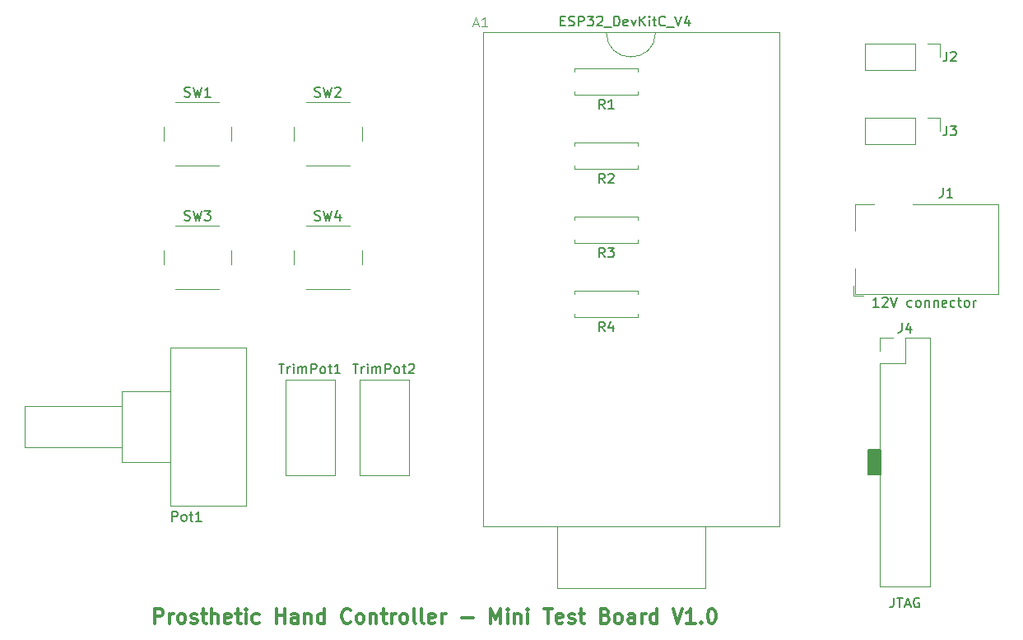
<source format=gto>
%TF.GenerationSoftware,KiCad,Pcbnew,7.0.7*%
%TF.CreationDate,2023-09-03T15:00:53+02:00*%
%TF.ProjectId,DevelopmentBoard,44657665-6c6f-4706-9d65-6e74426f6172,v1.0*%
%TF.SameCoordinates,Original*%
%TF.FileFunction,Legend,Top*%
%TF.FilePolarity,Positive*%
%FSLAX46Y46*%
G04 Gerber Fmt 4.6, Leading zero omitted, Abs format (unit mm)*
G04 Created by KiCad (PCBNEW 7.0.7) date 2023-09-03 15:00:53*
%MOMM*%
%LPD*%
G01*
G04 APERTURE LIST*
%ADD10C,0.150000*%
%ADD11C,0.300000*%
%ADD12C,0.100000*%
%ADD13C,0.200000*%
%ADD14C,0.120000*%
G04 APERTURE END LIST*
D10*
X164084000Y-98806000D02*
X165354000Y-98806000D01*
X165354000Y-101346000D01*
X164084000Y-101346000D01*
X164084000Y-98806000D01*
G36*
X164084000Y-98806000D02*
G01*
X165354000Y-98806000D01*
X165354000Y-101346000D01*
X164084000Y-101346000D01*
X164084000Y-98806000D01*
G37*
D11*
X90724510Y-116640828D02*
X90724510Y-115140828D01*
X90724510Y-115140828D02*
X91295939Y-115140828D01*
X91295939Y-115140828D02*
X91438796Y-115212257D01*
X91438796Y-115212257D02*
X91510225Y-115283685D01*
X91510225Y-115283685D02*
X91581653Y-115426542D01*
X91581653Y-115426542D02*
X91581653Y-115640828D01*
X91581653Y-115640828D02*
X91510225Y-115783685D01*
X91510225Y-115783685D02*
X91438796Y-115855114D01*
X91438796Y-115855114D02*
X91295939Y-115926542D01*
X91295939Y-115926542D02*
X90724510Y-115926542D01*
X92224510Y-116640828D02*
X92224510Y-115640828D01*
X92224510Y-115926542D02*
X92295939Y-115783685D01*
X92295939Y-115783685D02*
X92367368Y-115712257D01*
X92367368Y-115712257D02*
X92510225Y-115640828D01*
X92510225Y-115640828D02*
X92653082Y-115640828D01*
X93367367Y-116640828D02*
X93224510Y-116569400D01*
X93224510Y-116569400D02*
X93153081Y-116497971D01*
X93153081Y-116497971D02*
X93081653Y-116355114D01*
X93081653Y-116355114D02*
X93081653Y-115926542D01*
X93081653Y-115926542D02*
X93153081Y-115783685D01*
X93153081Y-115783685D02*
X93224510Y-115712257D01*
X93224510Y-115712257D02*
X93367367Y-115640828D01*
X93367367Y-115640828D02*
X93581653Y-115640828D01*
X93581653Y-115640828D02*
X93724510Y-115712257D01*
X93724510Y-115712257D02*
X93795939Y-115783685D01*
X93795939Y-115783685D02*
X93867367Y-115926542D01*
X93867367Y-115926542D02*
X93867367Y-116355114D01*
X93867367Y-116355114D02*
X93795939Y-116497971D01*
X93795939Y-116497971D02*
X93724510Y-116569400D01*
X93724510Y-116569400D02*
X93581653Y-116640828D01*
X93581653Y-116640828D02*
X93367367Y-116640828D01*
X94438796Y-116569400D02*
X94581653Y-116640828D01*
X94581653Y-116640828D02*
X94867367Y-116640828D01*
X94867367Y-116640828D02*
X95010224Y-116569400D01*
X95010224Y-116569400D02*
X95081653Y-116426542D01*
X95081653Y-116426542D02*
X95081653Y-116355114D01*
X95081653Y-116355114D02*
X95010224Y-116212257D01*
X95010224Y-116212257D02*
X94867367Y-116140828D01*
X94867367Y-116140828D02*
X94653082Y-116140828D01*
X94653082Y-116140828D02*
X94510224Y-116069400D01*
X94510224Y-116069400D02*
X94438796Y-115926542D01*
X94438796Y-115926542D02*
X94438796Y-115855114D01*
X94438796Y-115855114D02*
X94510224Y-115712257D01*
X94510224Y-115712257D02*
X94653082Y-115640828D01*
X94653082Y-115640828D02*
X94867367Y-115640828D01*
X94867367Y-115640828D02*
X95010224Y-115712257D01*
X95510225Y-115640828D02*
X96081653Y-115640828D01*
X95724510Y-115140828D02*
X95724510Y-116426542D01*
X95724510Y-116426542D02*
X95795939Y-116569400D01*
X95795939Y-116569400D02*
X95938796Y-116640828D01*
X95938796Y-116640828D02*
X96081653Y-116640828D01*
X96581653Y-116640828D02*
X96581653Y-115140828D01*
X97224511Y-116640828D02*
X97224511Y-115855114D01*
X97224511Y-115855114D02*
X97153082Y-115712257D01*
X97153082Y-115712257D02*
X97010225Y-115640828D01*
X97010225Y-115640828D02*
X96795939Y-115640828D01*
X96795939Y-115640828D02*
X96653082Y-115712257D01*
X96653082Y-115712257D02*
X96581653Y-115783685D01*
X98510225Y-116569400D02*
X98367368Y-116640828D01*
X98367368Y-116640828D02*
X98081654Y-116640828D01*
X98081654Y-116640828D02*
X97938796Y-116569400D01*
X97938796Y-116569400D02*
X97867368Y-116426542D01*
X97867368Y-116426542D02*
X97867368Y-115855114D01*
X97867368Y-115855114D02*
X97938796Y-115712257D01*
X97938796Y-115712257D02*
X98081654Y-115640828D01*
X98081654Y-115640828D02*
X98367368Y-115640828D01*
X98367368Y-115640828D02*
X98510225Y-115712257D01*
X98510225Y-115712257D02*
X98581654Y-115855114D01*
X98581654Y-115855114D02*
X98581654Y-115997971D01*
X98581654Y-115997971D02*
X97867368Y-116140828D01*
X99010225Y-115640828D02*
X99581653Y-115640828D01*
X99224510Y-115140828D02*
X99224510Y-116426542D01*
X99224510Y-116426542D02*
X99295939Y-116569400D01*
X99295939Y-116569400D02*
X99438796Y-116640828D01*
X99438796Y-116640828D02*
X99581653Y-116640828D01*
X100081653Y-116640828D02*
X100081653Y-115640828D01*
X100081653Y-115140828D02*
X100010225Y-115212257D01*
X100010225Y-115212257D02*
X100081653Y-115283685D01*
X100081653Y-115283685D02*
X100153082Y-115212257D01*
X100153082Y-115212257D02*
X100081653Y-115140828D01*
X100081653Y-115140828D02*
X100081653Y-115283685D01*
X101438797Y-116569400D02*
X101295939Y-116640828D01*
X101295939Y-116640828D02*
X101010225Y-116640828D01*
X101010225Y-116640828D02*
X100867368Y-116569400D01*
X100867368Y-116569400D02*
X100795939Y-116497971D01*
X100795939Y-116497971D02*
X100724511Y-116355114D01*
X100724511Y-116355114D02*
X100724511Y-115926542D01*
X100724511Y-115926542D02*
X100795939Y-115783685D01*
X100795939Y-115783685D02*
X100867368Y-115712257D01*
X100867368Y-115712257D02*
X101010225Y-115640828D01*
X101010225Y-115640828D02*
X101295939Y-115640828D01*
X101295939Y-115640828D02*
X101438797Y-115712257D01*
X103224510Y-116640828D02*
X103224510Y-115140828D01*
X103224510Y-115855114D02*
X104081653Y-115855114D01*
X104081653Y-116640828D02*
X104081653Y-115140828D01*
X105438797Y-116640828D02*
X105438797Y-115855114D01*
X105438797Y-115855114D02*
X105367368Y-115712257D01*
X105367368Y-115712257D02*
X105224511Y-115640828D01*
X105224511Y-115640828D02*
X104938797Y-115640828D01*
X104938797Y-115640828D02*
X104795939Y-115712257D01*
X105438797Y-116569400D02*
X105295939Y-116640828D01*
X105295939Y-116640828D02*
X104938797Y-116640828D01*
X104938797Y-116640828D02*
X104795939Y-116569400D01*
X104795939Y-116569400D02*
X104724511Y-116426542D01*
X104724511Y-116426542D02*
X104724511Y-116283685D01*
X104724511Y-116283685D02*
X104795939Y-116140828D01*
X104795939Y-116140828D02*
X104938797Y-116069400D01*
X104938797Y-116069400D02*
X105295939Y-116069400D01*
X105295939Y-116069400D02*
X105438797Y-115997971D01*
X106153082Y-115640828D02*
X106153082Y-116640828D01*
X106153082Y-115783685D02*
X106224511Y-115712257D01*
X106224511Y-115712257D02*
X106367368Y-115640828D01*
X106367368Y-115640828D02*
X106581654Y-115640828D01*
X106581654Y-115640828D02*
X106724511Y-115712257D01*
X106724511Y-115712257D02*
X106795940Y-115855114D01*
X106795940Y-115855114D02*
X106795940Y-116640828D01*
X108153083Y-116640828D02*
X108153083Y-115140828D01*
X108153083Y-116569400D02*
X108010225Y-116640828D01*
X108010225Y-116640828D02*
X107724511Y-116640828D01*
X107724511Y-116640828D02*
X107581654Y-116569400D01*
X107581654Y-116569400D02*
X107510225Y-116497971D01*
X107510225Y-116497971D02*
X107438797Y-116355114D01*
X107438797Y-116355114D02*
X107438797Y-115926542D01*
X107438797Y-115926542D02*
X107510225Y-115783685D01*
X107510225Y-115783685D02*
X107581654Y-115712257D01*
X107581654Y-115712257D02*
X107724511Y-115640828D01*
X107724511Y-115640828D02*
X108010225Y-115640828D01*
X108010225Y-115640828D02*
X108153083Y-115712257D01*
X110867368Y-116497971D02*
X110795940Y-116569400D01*
X110795940Y-116569400D02*
X110581654Y-116640828D01*
X110581654Y-116640828D02*
X110438797Y-116640828D01*
X110438797Y-116640828D02*
X110224511Y-116569400D01*
X110224511Y-116569400D02*
X110081654Y-116426542D01*
X110081654Y-116426542D02*
X110010225Y-116283685D01*
X110010225Y-116283685D02*
X109938797Y-115997971D01*
X109938797Y-115997971D02*
X109938797Y-115783685D01*
X109938797Y-115783685D02*
X110010225Y-115497971D01*
X110010225Y-115497971D02*
X110081654Y-115355114D01*
X110081654Y-115355114D02*
X110224511Y-115212257D01*
X110224511Y-115212257D02*
X110438797Y-115140828D01*
X110438797Y-115140828D02*
X110581654Y-115140828D01*
X110581654Y-115140828D02*
X110795940Y-115212257D01*
X110795940Y-115212257D02*
X110867368Y-115283685D01*
X111724511Y-116640828D02*
X111581654Y-116569400D01*
X111581654Y-116569400D02*
X111510225Y-116497971D01*
X111510225Y-116497971D02*
X111438797Y-116355114D01*
X111438797Y-116355114D02*
X111438797Y-115926542D01*
X111438797Y-115926542D02*
X111510225Y-115783685D01*
X111510225Y-115783685D02*
X111581654Y-115712257D01*
X111581654Y-115712257D02*
X111724511Y-115640828D01*
X111724511Y-115640828D02*
X111938797Y-115640828D01*
X111938797Y-115640828D02*
X112081654Y-115712257D01*
X112081654Y-115712257D02*
X112153083Y-115783685D01*
X112153083Y-115783685D02*
X112224511Y-115926542D01*
X112224511Y-115926542D02*
X112224511Y-116355114D01*
X112224511Y-116355114D02*
X112153083Y-116497971D01*
X112153083Y-116497971D02*
X112081654Y-116569400D01*
X112081654Y-116569400D02*
X111938797Y-116640828D01*
X111938797Y-116640828D02*
X111724511Y-116640828D01*
X112867368Y-115640828D02*
X112867368Y-116640828D01*
X112867368Y-115783685D02*
X112938797Y-115712257D01*
X112938797Y-115712257D02*
X113081654Y-115640828D01*
X113081654Y-115640828D02*
X113295940Y-115640828D01*
X113295940Y-115640828D02*
X113438797Y-115712257D01*
X113438797Y-115712257D02*
X113510226Y-115855114D01*
X113510226Y-115855114D02*
X113510226Y-116640828D01*
X114010226Y-115640828D02*
X114581654Y-115640828D01*
X114224511Y-115140828D02*
X114224511Y-116426542D01*
X114224511Y-116426542D02*
X114295940Y-116569400D01*
X114295940Y-116569400D02*
X114438797Y-116640828D01*
X114438797Y-116640828D02*
X114581654Y-116640828D01*
X115081654Y-116640828D02*
X115081654Y-115640828D01*
X115081654Y-115926542D02*
X115153083Y-115783685D01*
X115153083Y-115783685D02*
X115224512Y-115712257D01*
X115224512Y-115712257D02*
X115367369Y-115640828D01*
X115367369Y-115640828D02*
X115510226Y-115640828D01*
X116224511Y-116640828D02*
X116081654Y-116569400D01*
X116081654Y-116569400D02*
X116010225Y-116497971D01*
X116010225Y-116497971D02*
X115938797Y-116355114D01*
X115938797Y-116355114D02*
X115938797Y-115926542D01*
X115938797Y-115926542D02*
X116010225Y-115783685D01*
X116010225Y-115783685D02*
X116081654Y-115712257D01*
X116081654Y-115712257D02*
X116224511Y-115640828D01*
X116224511Y-115640828D02*
X116438797Y-115640828D01*
X116438797Y-115640828D02*
X116581654Y-115712257D01*
X116581654Y-115712257D02*
X116653083Y-115783685D01*
X116653083Y-115783685D02*
X116724511Y-115926542D01*
X116724511Y-115926542D02*
X116724511Y-116355114D01*
X116724511Y-116355114D02*
X116653083Y-116497971D01*
X116653083Y-116497971D02*
X116581654Y-116569400D01*
X116581654Y-116569400D02*
X116438797Y-116640828D01*
X116438797Y-116640828D02*
X116224511Y-116640828D01*
X117581654Y-116640828D02*
X117438797Y-116569400D01*
X117438797Y-116569400D02*
X117367368Y-116426542D01*
X117367368Y-116426542D02*
X117367368Y-115140828D01*
X118367368Y-116640828D02*
X118224511Y-116569400D01*
X118224511Y-116569400D02*
X118153082Y-116426542D01*
X118153082Y-116426542D02*
X118153082Y-115140828D01*
X119510225Y-116569400D02*
X119367368Y-116640828D01*
X119367368Y-116640828D02*
X119081654Y-116640828D01*
X119081654Y-116640828D02*
X118938796Y-116569400D01*
X118938796Y-116569400D02*
X118867368Y-116426542D01*
X118867368Y-116426542D02*
X118867368Y-115855114D01*
X118867368Y-115855114D02*
X118938796Y-115712257D01*
X118938796Y-115712257D02*
X119081654Y-115640828D01*
X119081654Y-115640828D02*
X119367368Y-115640828D01*
X119367368Y-115640828D02*
X119510225Y-115712257D01*
X119510225Y-115712257D02*
X119581654Y-115855114D01*
X119581654Y-115855114D02*
X119581654Y-115997971D01*
X119581654Y-115997971D02*
X118867368Y-116140828D01*
X120224510Y-116640828D02*
X120224510Y-115640828D01*
X120224510Y-115926542D02*
X120295939Y-115783685D01*
X120295939Y-115783685D02*
X120367368Y-115712257D01*
X120367368Y-115712257D02*
X120510225Y-115640828D01*
X120510225Y-115640828D02*
X120653082Y-115640828D01*
X122295938Y-116069400D02*
X123438796Y-116069400D01*
X125295938Y-116640828D02*
X125295938Y-115140828D01*
X125295938Y-115140828D02*
X125795938Y-116212257D01*
X125795938Y-116212257D02*
X126295938Y-115140828D01*
X126295938Y-115140828D02*
X126295938Y-116640828D01*
X127010224Y-116640828D02*
X127010224Y-115640828D01*
X127010224Y-115140828D02*
X126938796Y-115212257D01*
X126938796Y-115212257D02*
X127010224Y-115283685D01*
X127010224Y-115283685D02*
X127081653Y-115212257D01*
X127081653Y-115212257D02*
X127010224Y-115140828D01*
X127010224Y-115140828D02*
X127010224Y-115283685D01*
X127724510Y-115640828D02*
X127724510Y-116640828D01*
X127724510Y-115783685D02*
X127795939Y-115712257D01*
X127795939Y-115712257D02*
X127938796Y-115640828D01*
X127938796Y-115640828D02*
X128153082Y-115640828D01*
X128153082Y-115640828D02*
X128295939Y-115712257D01*
X128295939Y-115712257D02*
X128367368Y-115855114D01*
X128367368Y-115855114D02*
X128367368Y-116640828D01*
X129081653Y-116640828D02*
X129081653Y-115640828D01*
X129081653Y-115140828D02*
X129010225Y-115212257D01*
X129010225Y-115212257D02*
X129081653Y-115283685D01*
X129081653Y-115283685D02*
X129153082Y-115212257D01*
X129153082Y-115212257D02*
X129081653Y-115140828D01*
X129081653Y-115140828D02*
X129081653Y-115283685D01*
X130724511Y-115140828D02*
X131581654Y-115140828D01*
X131153082Y-116640828D02*
X131153082Y-115140828D01*
X132653082Y-116569400D02*
X132510225Y-116640828D01*
X132510225Y-116640828D02*
X132224511Y-116640828D01*
X132224511Y-116640828D02*
X132081653Y-116569400D01*
X132081653Y-116569400D02*
X132010225Y-116426542D01*
X132010225Y-116426542D02*
X132010225Y-115855114D01*
X132010225Y-115855114D02*
X132081653Y-115712257D01*
X132081653Y-115712257D02*
X132224511Y-115640828D01*
X132224511Y-115640828D02*
X132510225Y-115640828D01*
X132510225Y-115640828D02*
X132653082Y-115712257D01*
X132653082Y-115712257D02*
X132724511Y-115855114D01*
X132724511Y-115855114D02*
X132724511Y-115997971D01*
X132724511Y-115997971D02*
X132010225Y-116140828D01*
X133295939Y-116569400D02*
X133438796Y-116640828D01*
X133438796Y-116640828D02*
X133724510Y-116640828D01*
X133724510Y-116640828D02*
X133867367Y-116569400D01*
X133867367Y-116569400D02*
X133938796Y-116426542D01*
X133938796Y-116426542D02*
X133938796Y-116355114D01*
X133938796Y-116355114D02*
X133867367Y-116212257D01*
X133867367Y-116212257D02*
X133724510Y-116140828D01*
X133724510Y-116140828D02*
X133510225Y-116140828D01*
X133510225Y-116140828D02*
X133367367Y-116069400D01*
X133367367Y-116069400D02*
X133295939Y-115926542D01*
X133295939Y-115926542D02*
X133295939Y-115855114D01*
X133295939Y-115855114D02*
X133367367Y-115712257D01*
X133367367Y-115712257D02*
X133510225Y-115640828D01*
X133510225Y-115640828D02*
X133724510Y-115640828D01*
X133724510Y-115640828D02*
X133867367Y-115712257D01*
X134367368Y-115640828D02*
X134938796Y-115640828D01*
X134581653Y-115140828D02*
X134581653Y-116426542D01*
X134581653Y-116426542D02*
X134653082Y-116569400D01*
X134653082Y-116569400D02*
X134795939Y-116640828D01*
X134795939Y-116640828D02*
X134938796Y-116640828D01*
X137081653Y-115855114D02*
X137295939Y-115926542D01*
X137295939Y-115926542D02*
X137367368Y-115997971D01*
X137367368Y-115997971D02*
X137438796Y-116140828D01*
X137438796Y-116140828D02*
X137438796Y-116355114D01*
X137438796Y-116355114D02*
X137367368Y-116497971D01*
X137367368Y-116497971D02*
X137295939Y-116569400D01*
X137295939Y-116569400D02*
X137153082Y-116640828D01*
X137153082Y-116640828D02*
X136581653Y-116640828D01*
X136581653Y-116640828D02*
X136581653Y-115140828D01*
X136581653Y-115140828D02*
X137081653Y-115140828D01*
X137081653Y-115140828D02*
X137224511Y-115212257D01*
X137224511Y-115212257D02*
X137295939Y-115283685D01*
X137295939Y-115283685D02*
X137367368Y-115426542D01*
X137367368Y-115426542D02*
X137367368Y-115569400D01*
X137367368Y-115569400D02*
X137295939Y-115712257D01*
X137295939Y-115712257D02*
X137224511Y-115783685D01*
X137224511Y-115783685D02*
X137081653Y-115855114D01*
X137081653Y-115855114D02*
X136581653Y-115855114D01*
X138295939Y-116640828D02*
X138153082Y-116569400D01*
X138153082Y-116569400D02*
X138081653Y-116497971D01*
X138081653Y-116497971D02*
X138010225Y-116355114D01*
X138010225Y-116355114D02*
X138010225Y-115926542D01*
X138010225Y-115926542D02*
X138081653Y-115783685D01*
X138081653Y-115783685D02*
X138153082Y-115712257D01*
X138153082Y-115712257D02*
X138295939Y-115640828D01*
X138295939Y-115640828D02*
X138510225Y-115640828D01*
X138510225Y-115640828D02*
X138653082Y-115712257D01*
X138653082Y-115712257D02*
X138724511Y-115783685D01*
X138724511Y-115783685D02*
X138795939Y-115926542D01*
X138795939Y-115926542D02*
X138795939Y-116355114D01*
X138795939Y-116355114D02*
X138724511Y-116497971D01*
X138724511Y-116497971D02*
X138653082Y-116569400D01*
X138653082Y-116569400D02*
X138510225Y-116640828D01*
X138510225Y-116640828D02*
X138295939Y-116640828D01*
X140081654Y-116640828D02*
X140081654Y-115855114D01*
X140081654Y-115855114D02*
X140010225Y-115712257D01*
X140010225Y-115712257D02*
X139867368Y-115640828D01*
X139867368Y-115640828D02*
X139581654Y-115640828D01*
X139581654Y-115640828D02*
X139438796Y-115712257D01*
X140081654Y-116569400D02*
X139938796Y-116640828D01*
X139938796Y-116640828D02*
X139581654Y-116640828D01*
X139581654Y-116640828D02*
X139438796Y-116569400D01*
X139438796Y-116569400D02*
X139367368Y-116426542D01*
X139367368Y-116426542D02*
X139367368Y-116283685D01*
X139367368Y-116283685D02*
X139438796Y-116140828D01*
X139438796Y-116140828D02*
X139581654Y-116069400D01*
X139581654Y-116069400D02*
X139938796Y-116069400D01*
X139938796Y-116069400D02*
X140081654Y-115997971D01*
X140795939Y-116640828D02*
X140795939Y-115640828D01*
X140795939Y-115926542D02*
X140867368Y-115783685D01*
X140867368Y-115783685D02*
X140938797Y-115712257D01*
X140938797Y-115712257D02*
X141081654Y-115640828D01*
X141081654Y-115640828D02*
X141224511Y-115640828D01*
X142367368Y-116640828D02*
X142367368Y-115140828D01*
X142367368Y-116569400D02*
X142224510Y-116640828D01*
X142224510Y-116640828D02*
X141938796Y-116640828D01*
X141938796Y-116640828D02*
X141795939Y-116569400D01*
X141795939Y-116569400D02*
X141724510Y-116497971D01*
X141724510Y-116497971D02*
X141653082Y-116355114D01*
X141653082Y-116355114D02*
X141653082Y-115926542D01*
X141653082Y-115926542D02*
X141724510Y-115783685D01*
X141724510Y-115783685D02*
X141795939Y-115712257D01*
X141795939Y-115712257D02*
X141938796Y-115640828D01*
X141938796Y-115640828D02*
X142224510Y-115640828D01*
X142224510Y-115640828D02*
X142367368Y-115712257D01*
X144010225Y-115140828D02*
X144510225Y-116640828D01*
X144510225Y-116640828D02*
X145010225Y-115140828D01*
X146295939Y-116640828D02*
X145438796Y-116640828D01*
X145867367Y-116640828D02*
X145867367Y-115140828D01*
X145867367Y-115140828D02*
X145724510Y-115355114D01*
X145724510Y-115355114D02*
X145581653Y-115497971D01*
X145581653Y-115497971D02*
X145438796Y-115569400D01*
X146938795Y-116497971D02*
X147010224Y-116569400D01*
X147010224Y-116569400D02*
X146938795Y-116640828D01*
X146938795Y-116640828D02*
X146867367Y-116569400D01*
X146867367Y-116569400D02*
X146938795Y-116497971D01*
X146938795Y-116497971D02*
X146938795Y-116640828D01*
X147938796Y-115140828D02*
X148081653Y-115140828D01*
X148081653Y-115140828D02*
X148224510Y-115212257D01*
X148224510Y-115212257D02*
X148295939Y-115283685D01*
X148295939Y-115283685D02*
X148367367Y-115426542D01*
X148367367Y-115426542D02*
X148438796Y-115712257D01*
X148438796Y-115712257D02*
X148438796Y-116069400D01*
X148438796Y-116069400D02*
X148367367Y-116355114D01*
X148367367Y-116355114D02*
X148295939Y-116497971D01*
X148295939Y-116497971D02*
X148224510Y-116569400D01*
X148224510Y-116569400D02*
X148081653Y-116640828D01*
X148081653Y-116640828D02*
X147938796Y-116640828D01*
X147938796Y-116640828D02*
X147795939Y-116569400D01*
X147795939Y-116569400D02*
X147724510Y-116497971D01*
X147724510Y-116497971D02*
X147653081Y-116355114D01*
X147653081Y-116355114D02*
X147581653Y-116069400D01*
X147581653Y-116069400D02*
X147581653Y-115712257D01*
X147581653Y-115712257D02*
X147653081Y-115426542D01*
X147653081Y-115426542D02*
X147724510Y-115283685D01*
X147724510Y-115283685D02*
X147795939Y-115212257D01*
X147795939Y-115212257D02*
X147938796Y-115140828D01*
D12*
X123491714Y-55035704D02*
X123967904Y-55035704D01*
X123396476Y-55321419D02*
X123729809Y-54321419D01*
X123729809Y-54321419D02*
X124063142Y-55321419D01*
X124920285Y-55321419D02*
X124348857Y-55321419D01*
X124634571Y-55321419D02*
X124634571Y-54321419D01*
X124634571Y-54321419D02*
X124539333Y-54464276D01*
X124539333Y-54464276D02*
X124444095Y-54559514D01*
X124444095Y-54559514D02*
X124348857Y-54607133D01*
D13*
X132449673Y-54715409D02*
X132783006Y-54715409D01*
X132925863Y-55239219D02*
X132449673Y-55239219D01*
X132449673Y-55239219D02*
X132449673Y-54239219D01*
X132449673Y-54239219D02*
X132925863Y-54239219D01*
X133306816Y-55191600D02*
X133449673Y-55239219D01*
X133449673Y-55239219D02*
X133687768Y-55239219D01*
X133687768Y-55239219D02*
X133783006Y-55191600D01*
X133783006Y-55191600D02*
X133830625Y-55143980D01*
X133830625Y-55143980D02*
X133878244Y-55048742D01*
X133878244Y-55048742D02*
X133878244Y-54953504D01*
X133878244Y-54953504D02*
X133830625Y-54858266D01*
X133830625Y-54858266D02*
X133783006Y-54810647D01*
X133783006Y-54810647D02*
X133687768Y-54763028D01*
X133687768Y-54763028D02*
X133497292Y-54715409D01*
X133497292Y-54715409D02*
X133402054Y-54667790D01*
X133402054Y-54667790D02*
X133354435Y-54620171D01*
X133354435Y-54620171D02*
X133306816Y-54524933D01*
X133306816Y-54524933D02*
X133306816Y-54429695D01*
X133306816Y-54429695D02*
X133354435Y-54334457D01*
X133354435Y-54334457D02*
X133402054Y-54286838D01*
X133402054Y-54286838D02*
X133497292Y-54239219D01*
X133497292Y-54239219D02*
X133735387Y-54239219D01*
X133735387Y-54239219D02*
X133878244Y-54286838D01*
X134306816Y-55239219D02*
X134306816Y-54239219D01*
X134306816Y-54239219D02*
X134687768Y-54239219D01*
X134687768Y-54239219D02*
X134783006Y-54286838D01*
X134783006Y-54286838D02*
X134830625Y-54334457D01*
X134830625Y-54334457D02*
X134878244Y-54429695D01*
X134878244Y-54429695D02*
X134878244Y-54572552D01*
X134878244Y-54572552D02*
X134830625Y-54667790D01*
X134830625Y-54667790D02*
X134783006Y-54715409D01*
X134783006Y-54715409D02*
X134687768Y-54763028D01*
X134687768Y-54763028D02*
X134306816Y-54763028D01*
X135211578Y-54239219D02*
X135830625Y-54239219D01*
X135830625Y-54239219D02*
X135497292Y-54620171D01*
X135497292Y-54620171D02*
X135640149Y-54620171D01*
X135640149Y-54620171D02*
X135735387Y-54667790D01*
X135735387Y-54667790D02*
X135783006Y-54715409D01*
X135783006Y-54715409D02*
X135830625Y-54810647D01*
X135830625Y-54810647D02*
X135830625Y-55048742D01*
X135830625Y-55048742D02*
X135783006Y-55143980D01*
X135783006Y-55143980D02*
X135735387Y-55191600D01*
X135735387Y-55191600D02*
X135640149Y-55239219D01*
X135640149Y-55239219D02*
X135354435Y-55239219D01*
X135354435Y-55239219D02*
X135259197Y-55191600D01*
X135259197Y-55191600D02*
X135211578Y-55143980D01*
X136211578Y-54334457D02*
X136259197Y-54286838D01*
X136259197Y-54286838D02*
X136354435Y-54239219D01*
X136354435Y-54239219D02*
X136592530Y-54239219D01*
X136592530Y-54239219D02*
X136687768Y-54286838D01*
X136687768Y-54286838D02*
X136735387Y-54334457D01*
X136735387Y-54334457D02*
X136783006Y-54429695D01*
X136783006Y-54429695D02*
X136783006Y-54524933D01*
X136783006Y-54524933D02*
X136735387Y-54667790D01*
X136735387Y-54667790D02*
X136163959Y-55239219D01*
X136163959Y-55239219D02*
X136783006Y-55239219D01*
X136973483Y-55334457D02*
X137735387Y-55334457D01*
X137973483Y-55239219D02*
X137973483Y-54239219D01*
X137973483Y-54239219D02*
X138211578Y-54239219D01*
X138211578Y-54239219D02*
X138354435Y-54286838D01*
X138354435Y-54286838D02*
X138449673Y-54382076D01*
X138449673Y-54382076D02*
X138497292Y-54477314D01*
X138497292Y-54477314D02*
X138544911Y-54667790D01*
X138544911Y-54667790D02*
X138544911Y-54810647D01*
X138544911Y-54810647D02*
X138497292Y-55001123D01*
X138497292Y-55001123D02*
X138449673Y-55096361D01*
X138449673Y-55096361D02*
X138354435Y-55191600D01*
X138354435Y-55191600D02*
X138211578Y-55239219D01*
X138211578Y-55239219D02*
X137973483Y-55239219D01*
X139354435Y-55191600D02*
X139259197Y-55239219D01*
X139259197Y-55239219D02*
X139068721Y-55239219D01*
X139068721Y-55239219D02*
X138973483Y-55191600D01*
X138973483Y-55191600D02*
X138925864Y-55096361D01*
X138925864Y-55096361D02*
X138925864Y-54715409D01*
X138925864Y-54715409D02*
X138973483Y-54620171D01*
X138973483Y-54620171D02*
X139068721Y-54572552D01*
X139068721Y-54572552D02*
X139259197Y-54572552D01*
X139259197Y-54572552D02*
X139354435Y-54620171D01*
X139354435Y-54620171D02*
X139402054Y-54715409D01*
X139402054Y-54715409D02*
X139402054Y-54810647D01*
X139402054Y-54810647D02*
X138925864Y-54905885D01*
X139735388Y-54572552D02*
X139973483Y-55239219D01*
X139973483Y-55239219D02*
X140211578Y-54572552D01*
X140592531Y-55239219D02*
X140592531Y-54239219D01*
X141163959Y-55239219D02*
X140735388Y-54667790D01*
X141163959Y-54239219D02*
X140592531Y-54810647D01*
X141592531Y-55239219D02*
X141592531Y-54572552D01*
X141592531Y-54239219D02*
X141544912Y-54286838D01*
X141544912Y-54286838D02*
X141592531Y-54334457D01*
X141592531Y-54334457D02*
X141640150Y-54286838D01*
X141640150Y-54286838D02*
X141592531Y-54239219D01*
X141592531Y-54239219D02*
X141592531Y-54334457D01*
X141925864Y-54572552D02*
X142306816Y-54572552D01*
X142068721Y-54239219D02*
X142068721Y-55096361D01*
X142068721Y-55096361D02*
X142116340Y-55191600D01*
X142116340Y-55191600D02*
X142211578Y-55239219D01*
X142211578Y-55239219D02*
X142306816Y-55239219D01*
X143211578Y-55143980D02*
X143163959Y-55191600D01*
X143163959Y-55191600D02*
X143021102Y-55239219D01*
X143021102Y-55239219D02*
X142925864Y-55239219D01*
X142925864Y-55239219D02*
X142783007Y-55191600D01*
X142783007Y-55191600D02*
X142687769Y-55096361D01*
X142687769Y-55096361D02*
X142640150Y-55001123D01*
X142640150Y-55001123D02*
X142592531Y-54810647D01*
X142592531Y-54810647D02*
X142592531Y-54667790D01*
X142592531Y-54667790D02*
X142640150Y-54477314D01*
X142640150Y-54477314D02*
X142687769Y-54382076D01*
X142687769Y-54382076D02*
X142783007Y-54286838D01*
X142783007Y-54286838D02*
X142925864Y-54239219D01*
X142925864Y-54239219D02*
X143021102Y-54239219D01*
X143021102Y-54239219D02*
X143163959Y-54286838D01*
X143163959Y-54286838D02*
X143211578Y-54334457D01*
X143402055Y-55334457D02*
X144163959Y-55334457D01*
X144259198Y-54239219D02*
X144592531Y-55239219D01*
X144592531Y-55239219D02*
X144925864Y-54239219D01*
X145687769Y-54572552D02*
X145687769Y-55239219D01*
X145449674Y-54191600D02*
X145211579Y-54905885D01*
X145211579Y-54905885D02*
X145830626Y-54905885D01*
X93766667Y-62484600D02*
X93909524Y-62532219D01*
X93909524Y-62532219D02*
X94147619Y-62532219D01*
X94147619Y-62532219D02*
X94242857Y-62484600D01*
X94242857Y-62484600D02*
X94290476Y-62436980D01*
X94290476Y-62436980D02*
X94338095Y-62341742D01*
X94338095Y-62341742D02*
X94338095Y-62246504D01*
X94338095Y-62246504D02*
X94290476Y-62151266D01*
X94290476Y-62151266D02*
X94242857Y-62103647D01*
X94242857Y-62103647D02*
X94147619Y-62056028D01*
X94147619Y-62056028D02*
X93957143Y-62008409D01*
X93957143Y-62008409D02*
X93861905Y-61960790D01*
X93861905Y-61960790D02*
X93814286Y-61913171D01*
X93814286Y-61913171D02*
X93766667Y-61817933D01*
X93766667Y-61817933D02*
X93766667Y-61722695D01*
X93766667Y-61722695D02*
X93814286Y-61627457D01*
X93814286Y-61627457D02*
X93861905Y-61579838D01*
X93861905Y-61579838D02*
X93957143Y-61532219D01*
X93957143Y-61532219D02*
X94195238Y-61532219D01*
X94195238Y-61532219D02*
X94338095Y-61579838D01*
X94671429Y-61532219D02*
X94909524Y-62532219D01*
X94909524Y-62532219D02*
X95100000Y-61817933D01*
X95100000Y-61817933D02*
X95290476Y-62532219D01*
X95290476Y-62532219D02*
X95528572Y-61532219D01*
X96433333Y-62532219D02*
X95861905Y-62532219D01*
X96147619Y-62532219D02*
X96147619Y-61532219D01*
X96147619Y-61532219D02*
X96052381Y-61675076D01*
X96052381Y-61675076D02*
X95957143Y-61770314D01*
X95957143Y-61770314D02*
X95861905Y-61817933D01*
X111085714Y-89957219D02*
X111657142Y-89957219D01*
X111371428Y-90957219D02*
X111371428Y-89957219D01*
X111990476Y-90957219D02*
X111990476Y-90290552D01*
X111990476Y-90481028D02*
X112038095Y-90385790D01*
X112038095Y-90385790D02*
X112085714Y-90338171D01*
X112085714Y-90338171D02*
X112180952Y-90290552D01*
X112180952Y-90290552D02*
X112276190Y-90290552D01*
X112609524Y-90957219D02*
X112609524Y-90290552D01*
X112609524Y-89957219D02*
X112561905Y-90004838D01*
X112561905Y-90004838D02*
X112609524Y-90052457D01*
X112609524Y-90052457D02*
X112657143Y-90004838D01*
X112657143Y-90004838D02*
X112609524Y-89957219D01*
X112609524Y-89957219D02*
X112609524Y-90052457D01*
X113085714Y-90957219D02*
X113085714Y-90290552D01*
X113085714Y-90385790D02*
X113133333Y-90338171D01*
X113133333Y-90338171D02*
X113228571Y-90290552D01*
X113228571Y-90290552D02*
X113371428Y-90290552D01*
X113371428Y-90290552D02*
X113466666Y-90338171D01*
X113466666Y-90338171D02*
X113514285Y-90433409D01*
X113514285Y-90433409D02*
X113514285Y-90957219D01*
X113514285Y-90433409D02*
X113561904Y-90338171D01*
X113561904Y-90338171D02*
X113657142Y-90290552D01*
X113657142Y-90290552D02*
X113799999Y-90290552D01*
X113799999Y-90290552D02*
X113895238Y-90338171D01*
X113895238Y-90338171D02*
X113942857Y-90433409D01*
X113942857Y-90433409D02*
X113942857Y-90957219D01*
X114419047Y-90957219D02*
X114419047Y-89957219D01*
X114419047Y-89957219D02*
X114799999Y-89957219D01*
X114799999Y-89957219D02*
X114895237Y-90004838D01*
X114895237Y-90004838D02*
X114942856Y-90052457D01*
X114942856Y-90052457D02*
X114990475Y-90147695D01*
X114990475Y-90147695D02*
X114990475Y-90290552D01*
X114990475Y-90290552D02*
X114942856Y-90385790D01*
X114942856Y-90385790D02*
X114895237Y-90433409D01*
X114895237Y-90433409D02*
X114799999Y-90481028D01*
X114799999Y-90481028D02*
X114419047Y-90481028D01*
X115561904Y-90957219D02*
X115466666Y-90909600D01*
X115466666Y-90909600D02*
X115419047Y-90861980D01*
X115419047Y-90861980D02*
X115371428Y-90766742D01*
X115371428Y-90766742D02*
X115371428Y-90481028D01*
X115371428Y-90481028D02*
X115419047Y-90385790D01*
X115419047Y-90385790D02*
X115466666Y-90338171D01*
X115466666Y-90338171D02*
X115561904Y-90290552D01*
X115561904Y-90290552D02*
X115704761Y-90290552D01*
X115704761Y-90290552D02*
X115799999Y-90338171D01*
X115799999Y-90338171D02*
X115847618Y-90385790D01*
X115847618Y-90385790D02*
X115895237Y-90481028D01*
X115895237Y-90481028D02*
X115895237Y-90766742D01*
X115895237Y-90766742D02*
X115847618Y-90861980D01*
X115847618Y-90861980D02*
X115799999Y-90909600D01*
X115799999Y-90909600D02*
X115704761Y-90957219D01*
X115704761Y-90957219D02*
X115561904Y-90957219D01*
X116180952Y-90290552D02*
X116561904Y-90290552D01*
X116323809Y-89957219D02*
X116323809Y-90814361D01*
X116323809Y-90814361D02*
X116371428Y-90909600D01*
X116371428Y-90909600D02*
X116466666Y-90957219D01*
X116466666Y-90957219D02*
X116561904Y-90957219D01*
X116847619Y-90052457D02*
X116895238Y-90004838D01*
X116895238Y-90004838D02*
X116990476Y-89957219D01*
X116990476Y-89957219D02*
X117228571Y-89957219D01*
X117228571Y-89957219D02*
X117323809Y-90004838D01*
X117323809Y-90004838D02*
X117371428Y-90052457D01*
X117371428Y-90052457D02*
X117419047Y-90147695D01*
X117419047Y-90147695D02*
X117419047Y-90242933D01*
X117419047Y-90242933D02*
X117371428Y-90385790D01*
X117371428Y-90385790D02*
X116800000Y-90957219D01*
X116800000Y-90957219D02*
X117419047Y-90957219D01*
D10*
X136993333Y-71404819D02*
X136660000Y-70928628D01*
X136421905Y-71404819D02*
X136421905Y-70404819D01*
X136421905Y-70404819D02*
X136802857Y-70404819D01*
X136802857Y-70404819D02*
X136898095Y-70452438D01*
X136898095Y-70452438D02*
X136945714Y-70500057D01*
X136945714Y-70500057D02*
X136993333Y-70595295D01*
X136993333Y-70595295D02*
X136993333Y-70738152D01*
X136993333Y-70738152D02*
X136945714Y-70833390D01*
X136945714Y-70833390D02*
X136898095Y-70881009D01*
X136898095Y-70881009D02*
X136802857Y-70928628D01*
X136802857Y-70928628D02*
X136421905Y-70928628D01*
X137374286Y-70500057D02*
X137421905Y-70452438D01*
X137421905Y-70452438D02*
X137517143Y-70404819D01*
X137517143Y-70404819D02*
X137755238Y-70404819D01*
X137755238Y-70404819D02*
X137850476Y-70452438D01*
X137850476Y-70452438D02*
X137898095Y-70500057D01*
X137898095Y-70500057D02*
X137945714Y-70595295D01*
X137945714Y-70595295D02*
X137945714Y-70690533D01*
X137945714Y-70690533D02*
X137898095Y-70833390D01*
X137898095Y-70833390D02*
X137326667Y-71404819D01*
X137326667Y-71404819D02*
X137945714Y-71404819D01*
D13*
X107176667Y-75184600D02*
X107319524Y-75232219D01*
X107319524Y-75232219D02*
X107557619Y-75232219D01*
X107557619Y-75232219D02*
X107652857Y-75184600D01*
X107652857Y-75184600D02*
X107700476Y-75136980D01*
X107700476Y-75136980D02*
X107748095Y-75041742D01*
X107748095Y-75041742D02*
X107748095Y-74946504D01*
X107748095Y-74946504D02*
X107700476Y-74851266D01*
X107700476Y-74851266D02*
X107652857Y-74803647D01*
X107652857Y-74803647D02*
X107557619Y-74756028D01*
X107557619Y-74756028D02*
X107367143Y-74708409D01*
X107367143Y-74708409D02*
X107271905Y-74660790D01*
X107271905Y-74660790D02*
X107224286Y-74613171D01*
X107224286Y-74613171D02*
X107176667Y-74517933D01*
X107176667Y-74517933D02*
X107176667Y-74422695D01*
X107176667Y-74422695D02*
X107224286Y-74327457D01*
X107224286Y-74327457D02*
X107271905Y-74279838D01*
X107271905Y-74279838D02*
X107367143Y-74232219D01*
X107367143Y-74232219D02*
X107605238Y-74232219D01*
X107605238Y-74232219D02*
X107748095Y-74279838D01*
X108081429Y-74232219D02*
X108319524Y-75232219D01*
X108319524Y-75232219D02*
X108510000Y-74517933D01*
X108510000Y-74517933D02*
X108700476Y-75232219D01*
X108700476Y-75232219D02*
X108938572Y-74232219D01*
X109748095Y-74565552D02*
X109748095Y-75232219D01*
X109510000Y-74184600D02*
X109271905Y-74898885D01*
X109271905Y-74898885D02*
X109890952Y-74898885D01*
D10*
X136993333Y-79024819D02*
X136660000Y-78548628D01*
X136421905Y-79024819D02*
X136421905Y-78024819D01*
X136421905Y-78024819D02*
X136802857Y-78024819D01*
X136802857Y-78024819D02*
X136898095Y-78072438D01*
X136898095Y-78072438D02*
X136945714Y-78120057D01*
X136945714Y-78120057D02*
X136993333Y-78215295D01*
X136993333Y-78215295D02*
X136993333Y-78358152D01*
X136993333Y-78358152D02*
X136945714Y-78453390D01*
X136945714Y-78453390D02*
X136898095Y-78501009D01*
X136898095Y-78501009D02*
X136802857Y-78548628D01*
X136802857Y-78548628D02*
X136421905Y-78548628D01*
X137326667Y-78024819D02*
X137945714Y-78024819D01*
X137945714Y-78024819D02*
X137612381Y-78405771D01*
X137612381Y-78405771D02*
X137755238Y-78405771D01*
X137755238Y-78405771D02*
X137850476Y-78453390D01*
X137850476Y-78453390D02*
X137898095Y-78501009D01*
X137898095Y-78501009D02*
X137945714Y-78596247D01*
X137945714Y-78596247D02*
X137945714Y-78834342D01*
X137945714Y-78834342D02*
X137898095Y-78929580D01*
X137898095Y-78929580D02*
X137850476Y-78977200D01*
X137850476Y-78977200D02*
X137755238Y-79024819D01*
X137755238Y-79024819D02*
X137469524Y-79024819D01*
X137469524Y-79024819D02*
X137374286Y-78977200D01*
X137374286Y-78977200D02*
X137326667Y-78929580D01*
D13*
X103465714Y-89957219D02*
X104037142Y-89957219D01*
X103751428Y-90957219D02*
X103751428Y-89957219D01*
X104370476Y-90957219D02*
X104370476Y-90290552D01*
X104370476Y-90481028D02*
X104418095Y-90385790D01*
X104418095Y-90385790D02*
X104465714Y-90338171D01*
X104465714Y-90338171D02*
X104560952Y-90290552D01*
X104560952Y-90290552D02*
X104656190Y-90290552D01*
X104989524Y-90957219D02*
X104989524Y-90290552D01*
X104989524Y-89957219D02*
X104941905Y-90004838D01*
X104941905Y-90004838D02*
X104989524Y-90052457D01*
X104989524Y-90052457D02*
X105037143Y-90004838D01*
X105037143Y-90004838D02*
X104989524Y-89957219D01*
X104989524Y-89957219D02*
X104989524Y-90052457D01*
X105465714Y-90957219D02*
X105465714Y-90290552D01*
X105465714Y-90385790D02*
X105513333Y-90338171D01*
X105513333Y-90338171D02*
X105608571Y-90290552D01*
X105608571Y-90290552D02*
X105751428Y-90290552D01*
X105751428Y-90290552D02*
X105846666Y-90338171D01*
X105846666Y-90338171D02*
X105894285Y-90433409D01*
X105894285Y-90433409D02*
X105894285Y-90957219D01*
X105894285Y-90433409D02*
X105941904Y-90338171D01*
X105941904Y-90338171D02*
X106037142Y-90290552D01*
X106037142Y-90290552D02*
X106179999Y-90290552D01*
X106179999Y-90290552D02*
X106275238Y-90338171D01*
X106275238Y-90338171D02*
X106322857Y-90433409D01*
X106322857Y-90433409D02*
X106322857Y-90957219D01*
X106799047Y-90957219D02*
X106799047Y-89957219D01*
X106799047Y-89957219D02*
X107179999Y-89957219D01*
X107179999Y-89957219D02*
X107275237Y-90004838D01*
X107275237Y-90004838D02*
X107322856Y-90052457D01*
X107322856Y-90052457D02*
X107370475Y-90147695D01*
X107370475Y-90147695D02*
X107370475Y-90290552D01*
X107370475Y-90290552D02*
X107322856Y-90385790D01*
X107322856Y-90385790D02*
X107275237Y-90433409D01*
X107275237Y-90433409D02*
X107179999Y-90481028D01*
X107179999Y-90481028D02*
X106799047Y-90481028D01*
X107941904Y-90957219D02*
X107846666Y-90909600D01*
X107846666Y-90909600D02*
X107799047Y-90861980D01*
X107799047Y-90861980D02*
X107751428Y-90766742D01*
X107751428Y-90766742D02*
X107751428Y-90481028D01*
X107751428Y-90481028D02*
X107799047Y-90385790D01*
X107799047Y-90385790D02*
X107846666Y-90338171D01*
X107846666Y-90338171D02*
X107941904Y-90290552D01*
X107941904Y-90290552D02*
X108084761Y-90290552D01*
X108084761Y-90290552D02*
X108179999Y-90338171D01*
X108179999Y-90338171D02*
X108227618Y-90385790D01*
X108227618Y-90385790D02*
X108275237Y-90481028D01*
X108275237Y-90481028D02*
X108275237Y-90766742D01*
X108275237Y-90766742D02*
X108227618Y-90861980D01*
X108227618Y-90861980D02*
X108179999Y-90909600D01*
X108179999Y-90909600D02*
X108084761Y-90957219D01*
X108084761Y-90957219D02*
X107941904Y-90957219D01*
X108560952Y-90290552D02*
X108941904Y-90290552D01*
X108703809Y-89957219D02*
X108703809Y-90814361D01*
X108703809Y-90814361D02*
X108751428Y-90909600D01*
X108751428Y-90909600D02*
X108846666Y-90957219D01*
X108846666Y-90957219D02*
X108941904Y-90957219D01*
X109799047Y-90957219D02*
X109227619Y-90957219D01*
X109513333Y-90957219D02*
X109513333Y-89957219D01*
X109513333Y-89957219D02*
X109418095Y-90100076D01*
X109418095Y-90100076D02*
X109322857Y-90195314D01*
X109322857Y-90195314D02*
X109227619Y-90242933D01*
D10*
X172176666Y-57874819D02*
X172176666Y-58589104D01*
X172176666Y-58589104D02*
X172129047Y-58731961D01*
X172129047Y-58731961D02*
X172033809Y-58827200D01*
X172033809Y-58827200D02*
X171890952Y-58874819D01*
X171890952Y-58874819D02*
X171795714Y-58874819D01*
X172605238Y-57970057D02*
X172652857Y-57922438D01*
X172652857Y-57922438D02*
X172748095Y-57874819D01*
X172748095Y-57874819D02*
X172986190Y-57874819D01*
X172986190Y-57874819D02*
X173081428Y-57922438D01*
X173081428Y-57922438D02*
X173129047Y-57970057D01*
X173129047Y-57970057D02*
X173176666Y-58065295D01*
X173176666Y-58065295D02*
X173176666Y-58160533D01*
X173176666Y-58160533D02*
X173129047Y-58303390D01*
X173129047Y-58303390D02*
X172557619Y-58874819D01*
X172557619Y-58874819D02*
X173176666Y-58874819D01*
X172176666Y-65494819D02*
X172176666Y-66209104D01*
X172176666Y-66209104D02*
X172129047Y-66351961D01*
X172129047Y-66351961D02*
X172033809Y-66447200D01*
X172033809Y-66447200D02*
X171890952Y-66494819D01*
X171890952Y-66494819D02*
X171795714Y-66494819D01*
X172557619Y-65494819D02*
X173176666Y-65494819D01*
X173176666Y-65494819D02*
X172843333Y-65875771D01*
X172843333Y-65875771D02*
X172986190Y-65875771D01*
X172986190Y-65875771D02*
X173081428Y-65923390D01*
X173081428Y-65923390D02*
X173129047Y-65971009D01*
X173129047Y-65971009D02*
X173176666Y-66066247D01*
X173176666Y-66066247D02*
X173176666Y-66304342D01*
X173176666Y-66304342D02*
X173129047Y-66399580D01*
X173129047Y-66399580D02*
X173081428Y-66447200D01*
X173081428Y-66447200D02*
X172986190Y-66494819D01*
X172986190Y-66494819D02*
X172700476Y-66494819D01*
X172700476Y-66494819D02*
X172605238Y-66447200D01*
X172605238Y-66447200D02*
X172557619Y-66399580D01*
D13*
X93766667Y-75184600D02*
X93909524Y-75232219D01*
X93909524Y-75232219D02*
X94147619Y-75232219D01*
X94147619Y-75232219D02*
X94242857Y-75184600D01*
X94242857Y-75184600D02*
X94290476Y-75136980D01*
X94290476Y-75136980D02*
X94338095Y-75041742D01*
X94338095Y-75041742D02*
X94338095Y-74946504D01*
X94338095Y-74946504D02*
X94290476Y-74851266D01*
X94290476Y-74851266D02*
X94242857Y-74803647D01*
X94242857Y-74803647D02*
X94147619Y-74756028D01*
X94147619Y-74756028D02*
X93957143Y-74708409D01*
X93957143Y-74708409D02*
X93861905Y-74660790D01*
X93861905Y-74660790D02*
X93814286Y-74613171D01*
X93814286Y-74613171D02*
X93766667Y-74517933D01*
X93766667Y-74517933D02*
X93766667Y-74422695D01*
X93766667Y-74422695D02*
X93814286Y-74327457D01*
X93814286Y-74327457D02*
X93861905Y-74279838D01*
X93861905Y-74279838D02*
X93957143Y-74232219D01*
X93957143Y-74232219D02*
X94195238Y-74232219D01*
X94195238Y-74232219D02*
X94338095Y-74279838D01*
X94671429Y-74232219D02*
X94909524Y-75232219D01*
X94909524Y-75232219D02*
X95100000Y-74517933D01*
X95100000Y-74517933D02*
X95290476Y-75232219D01*
X95290476Y-75232219D02*
X95528572Y-74232219D01*
X95814286Y-74232219D02*
X96433333Y-74232219D01*
X96433333Y-74232219D02*
X96100000Y-74613171D01*
X96100000Y-74613171D02*
X96242857Y-74613171D01*
X96242857Y-74613171D02*
X96338095Y-74660790D01*
X96338095Y-74660790D02*
X96385714Y-74708409D01*
X96385714Y-74708409D02*
X96433333Y-74803647D01*
X96433333Y-74803647D02*
X96433333Y-75041742D01*
X96433333Y-75041742D02*
X96385714Y-75136980D01*
X96385714Y-75136980D02*
X96338095Y-75184600D01*
X96338095Y-75184600D02*
X96242857Y-75232219D01*
X96242857Y-75232219D02*
X95957143Y-75232219D01*
X95957143Y-75232219D02*
X95861905Y-75184600D01*
X95861905Y-75184600D02*
X95814286Y-75136980D01*
D10*
X136993333Y-86644819D02*
X136660000Y-86168628D01*
X136421905Y-86644819D02*
X136421905Y-85644819D01*
X136421905Y-85644819D02*
X136802857Y-85644819D01*
X136802857Y-85644819D02*
X136898095Y-85692438D01*
X136898095Y-85692438D02*
X136945714Y-85740057D01*
X136945714Y-85740057D02*
X136993333Y-85835295D01*
X136993333Y-85835295D02*
X136993333Y-85978152D01*
X136993333Y-85978152D02*
X136945714Y-86073390D01*
X136945714Y-86073390D02*
X136898095Y-86121009D01*
X136898095Y-86121009D02*
X136802857Y-86168628D01*
X136802857Y-86168628D02*
X136421905Y-86168628D01*
X137850476Y-85978152D02*
X137850476Y-86644819D01*
X137612381Y-85597200D02*
X137374286Y-86311485D01*
X137374286Y-86311485D02*
X137993333Y-86311485D01*
X167560666Y-85770819D02*
X167560666Y-86485104D01*
X167560666Y-86485104D02*
X167513047Y-86627961D01*
X167513047Y-86627961D02*
X167417809Y-86723200D01*
X167417809Y-86723200D02*
X167274952Y-86770819D01*
X167274952Y-86770819D02*
X167179714Y-86770819D01*
X168465428Y-86104152D02*
X168465428Y-86770819D01*
X168227333Y-85723200D02*
X167989238Y-86437485D01*
X167989238Y-86437485D02*
X168608285Y-86437485D01*
D13*
X166727333Y-114006219D02*
X166727333Y-114720504D01*
X166727333Y-114720504D02*
X166679714Y-114863361D01*
X166679714Y-114863361D02*
X166584476Y-114958600D01*
X166584476Y-114958600D02*
X166441619Y-115006219D01*
X166441619Y-115006219D02*
X166346381Y-115006219D01*
X167060667Y-114006219D02*
X167632095Y-114006219D01*
X167346381Y-115006219D02*
X167346381Y-114006219D01*
X167917810Y-114720504D02*
X168394000Y-114720504D01*
X167822572Y-115006219D02*
X168155905Y-114006219D01*
X168155905Y-114006219D02*
X168489238Y-115006219D01*
X169346381Y-114053838D02*
X169251143Y-114006219D01*
X169251143Y-114006219D02*
X169108286Y-114006219D01*
X169108286Y-114006219D02*
X168965429Y-114053838D01*
X168965429Y-114053838D02*
X168870191Y-114149076D01*
X168870191Y-114149076D02*
X168822572Y-114244314D01*
X168822572Y-114244314D02*
X168774953Y-114434790D01*
X168774953Y-114434790D02*
X168774953Y-114577647D01*
X168774953Y-114577647D02*
X168822572Y-114768123D01*
X168822572Y-114768123D02*
X168870191Y-114863361D01*
X168870191Y-114863361D02*
X168965429Y-114958600D01*
X168965429Y-114958600D02*
X169108286Y-115006219D01*
X169108286Y-115006219D02*
X169203524Y-115006219D01*
X169203524Y-115006219D02*
X169346381Y-114958600D01*
X169346381Y-114958600D02*
X169394000Y-114910980D01*
X169394000Y-114910980D02*
X169394000Y-114577647D01*
X169394000Y-114577647D02*
X169203524Y-114577647D01*
X107176667Y-62484600D02*
X107319524Y-62532219D01*
X107319524Y-62532219D02*
X107557619Y-62532219D01*
X107557619Y-62532219D02*
X107652857Y-62484600D01*
X107652857Y-62484600D02*
X107700476Y-62436980D01*
X107700476Y-62436980D02*
X107748095Y-62341742D01*
X107748095Y-62341742D02*
X107748095Y-62246504D01*
X107748095Y-62246504D02*
X107700476Y-62151266D01*
X107700476Y-62151266D02*
X107652857Y-62103647D01*
X107652857Y-62103647D02*
X107557619Y-62056028D01*
X107557619Y-62056028D02*
X107367143Y-62008409D01*
X107367143Y-62008409D02*
X107271905Y-61960790D01*
X107271905Y-61960790D02*
X107224286Y-61913171D01*
X107224286Y-61913171D02*
X107176667Y-61817933D01*
X107176667Y-61817933D02*
X107176667Y-61722695D01*
X107176667Y-61722695D02*
X107224286Y-61627457D01*
X107224286Y-61627457D02*
X107271905Y-61579838D01*
X107271905Y-61579838D02*
X107367143Y-61532219D01*
X107367143Y-61532219D02*
X107605238Y-61532219D01*
X107605238Y-61532219D02*
X107748095Y-61579838D01*
X108081429Y-61532219D02*
X108319524Y-62532219D01*
X108319524Y-62532219D02*
X108510000Y-61817933D01*
X108510000Y-61817933D02*
X108700476Y-62532219D01*
X108700476Y-62532219D02*
X108938572Y-61532219D01*
X109271905Y-61627457D02*
X109319524Y-61579838D01*
X109319524Y-61579838D02*
X109414762Y-61532219D01*
X109414762Y-61532219D02*
X109652857Y-61532219D01*
X109652857Y-61532219D02*
X109748095Y-61579838D01*
X109748095Y-61579838D02*
X109795714Y-61627457D01*
X109795714Y-61627457D02*
X109843333Y-61722695D01*
X109843333Y-61722695D02*
X109843333Y-61817933D01*
X109843333Y-61817933D02*
X109795714Y-61960790D01*
X109795714Y-61960790D02*
X109224286Y-62532219D01*
X109224286Y-62532219D02*
X109843333Y-62532219D01*
D10*
X171788666Y-71878319D02*
X171788666Y-72592604D01*
X171788666Y-72592604D02*
X171741047Y-72735461D01*
X171741047Y-72735461D02*
X171645809Y-72830700D01*
X171645809Y-72830700D02*
X171502952Y-72878319D01*
X171502952Y-72878319D02*
X171407714Y-72878319D01*
X172788666Y-72878319D02*
X172217238Y-72878319D01*
X172502952Y-72878319D02*
X172502952Y-71878319D01*
X172502952Y-71878319D02*
X172407714Y-72021176D01*
X172407714Y-72021176D02*
X172312476Y-72116414D01*
X172312476Y-72116414D02*
X172217238Y-72164033D01*
D13*
X165181522Y-84125719D02*
X164610094Y-84125719D01*
X164895808Y-84125719D02*
X164895808Y-83125719D01*
X164895808Y-83125719D02*
X164800570Y-83268576D01*
X164800570Y-83268576D02*
X164705332Y-83363814D01*
X164705332Y-83363814D02*
X164610094Y-83411433D01*
X165562475Y-83220957D02*
X165610094Y-83173338D01*
X165610094Y-83173338D02*
X165705332Y-83125719D01*
X165705332Y-83125719D02*
X165943427Y-83125719D01*
X165943427Y-83125719D02*
X166038665Y-83173338D01*
X166038665Y-83173338D02*
X166086284Y-83220957D01*
X166086284Y-83220957D02*
X166133903Y-83316195D01*
X166133903Y-83316195D02*
X166133903Y-83411433D01*
X166133903Y-83411433D02*
X166086284Y-83554290D01*
X166086284Y-83554290D02*
X165514856Y-84125719D01*
X165514856Y-84125719D02*
X166133903Y-84125719D01*
X166419618Y-83125719D02*
X166752951Y-84125719D01*
X166752951Y-84125719D02*
X167086284Y-83125719D01*
X168610094Y-84078100D02*
X168514856Y-84125719D01*
X168514856Y-84125719D02*
X168324380Y-84125719D01*
X168324380Y-84125719D02*
X168229142Y-84078100D01*
X168229142Y-84078100D02*
X168181523Y-84030480D01*
X168181523Y-84030480D02*
X168133904Y-83935242D01*
X168133904Y-83935242D02*
X168133904Y-83649528D01*
X168133904Y-83649528D02*
X168181523Y-83554290D01*
X168181523Y-83554290D02*
X168229142Y-83506671D01*
X168229142Y-83506671D02*
X168324380Y-83459052D01*
X168324380Y-83459052D02*
X168514856Y-83459052D01*
X168514856Y-83459052D02*
X168610094Y-83506671D01*
X169181523Y-84125719D02*
X169086285Y-84078100D01*
X169086285Y-84078100D02*
X169038666Y-84030480D01*
X169038666Y-84030480D02*
X168991047Y-83935242D01*
X168991047Y-83935242D02*
X168991047Y-83649528D01*
X168991047Y-83649528D02*
X169038666Y-83554290D01*
X169038666Y-83554290D02*
X169086285Y-83506671D01*
X169086285Y-83506671D02*
X169181523Y-83459052D01*
X169181523Y-83459052D02*
X169324380Y-83459052D01*
X169324380Y-83459052D02*
X169419618Y-83506671D01*
X169419618Y-83506671D02*
X169467237Y-83554290D01*
X169467237Y-83554290D02*
X169514856Y-83649528D01*
X169514856Y-83649528D02*
X169514856Y-83935242D01*
X169514856Y-83935242D02*
X169467237Y-84030480D01*
X169467237Y-84030480D02*
X169419618Y-84078100D01*
X169419618Y-84078100D02*
X169324380Y-84125719D01*
X169324380Y-84125719D02*
X169181523Y-84125719D01*
X169943428Y-83459052D02*
X169943428Y-84125719D01*
X169943428Y-83554290D02*
X169991047Y-83506671D01*
X169991047Y-83506671D02*
X170086285Y-83459052D01*
X170086285Y-83459052D02*
X170229142Y-83459052D01*
X170229142Y-83459052D02*
X170324380Y-83506671D01*
X170324380Y-83506671D02*
X170371999Y-83601909D01*
X170371999Y-83601909D02*
X170371999Y-84125719D01*
X170848190Y-83459052D02*
X170848190Y-84125719D01*
X170848190Y-83554290D02*
X170895809Y-83506671D01*
X170895809Y-83506671D02*
X170991047Y-83459052D01*
X170991047Y-83459052D02*
X171133904Y-83459052D01*
X171133904Y-83459052D02*
X171229142Y-83506671D01*
X171229142Y-83506671D02*
X171276761Y-83601909D01*
X171276761Y-83601909D02*
X171276761Y-84125719D01*
X172133904Y-84078100D02*
X172038666Y-84125719D01*
X172038666Y-84125719D02*
X171848190Y-84125719D01*
X171848190Y-84125719D02*
X171752952Y-84078100D01*
X171752952Y-84078100D02*
X171705333Y-83982861D01*
X171705333Y-83982861D02*
X171705333Y-83601909D01*
X171705333Y-83601909D02*
X171752952Y-83506671D01*
X171752952Y-83506671D02*
X171848190Y-83459052D01*
X171848190Y-83459052D02*
X172038666Y-83459052D01*
X172038666Y-83459052D02*
X172133904Y-83506671D01*
X172133904Y-83506671D02*
X172181523Y-83601909D01*
X172181523Y-83601909D02*
X172181523Y-83697147D01*
X172181523Y-83697147D02*
X171705333Y-83792385D01*
X173038666Y-84078100D02*
X172943428Y-84125719D01*
X172943428Y-84125719D02*
X172752952Y-84125719D01*
X172752952Y-84125719D02*
X172657714Y-84078100D01*
X172657714Y-84078100D02*
X172610095Y-84030480D01*
X172610095Y-84030480D02*
X172562476Y-83935242D01*
X172562476Y-83935242D02*
X172562476Y-83649528D01*
X172562476Y-83649528D02*
X172610095Y-83554290D01*
X172610095Y-83554290D02*
X172657714Y-83506671D01*
X172657714Y-83506671D02*
X172752952Y-83459052D01*
X172752952Y-83459052D02*
X172943428Y-83459052D01*
X172943428Y-83459052D02*
X173038666Y-83506671D01*
X173324381Y-83459052D02*
X173705333Y-83459052D01*
X173467238Y-83125719D02*
X173467238Y-83982861D01*
X173467238Y-83982861D02*
X173514857Y-84078100D01*
X173514857Y-84078100D02*
X173610095Y-84125719D01*
X173610095Y-84125719D02*
X173705333Y-84125719D01*
X174181524Y-84125719D02*
X174086286Y-84078100D01*
X174086286Y-84078100D02*
X174038667Y-84030480D01*
X174038667Y-84030480D02*
X173991048Y-83935242D01*
X173991048Y-83935242D02*
X173991048Y-83649528D01*
X173991048Y-83649528D02*
X174038667Y-83554290D01*
X174038667Y-83554290D02*
X174086286Y-83506671D01*
X174086286Y-83506671D02*
X174181524Y-83459052D01*
X174181524Y-83459052D02*
X174324381Y-83459052D01*
X174324381Y-83459052D02*
X174419619Y-83506671D01*
X174419619Y-83506671D02*
X174467238Y-83554290D01*
X174467238Y-83554290D02*
X174514857Y-83649528D01*
X174514857Y-83649528D02*
X174514857Y-83935242D01*
X174514857Y-83935242D02*
X174467238Y-84030480D01*
X174467238Y-84030480D02*
X174419619Y-84078100D01*
X174419619Y-84078100D02*
X174324381Y-84125719D01*
X174324381Y-84125719D02*
X174181524Y-84125719D01*
X174943429Y-84125719D02*
X174943429Y-83459052D01*
X174943429Y-83649528D02*
X174991048Y-83554290D01*
X174991048Y-83554290D02*
X175038667Y-83506671D01*
X175038667Y-83506671D02*
X175133905Y-83459052D01*
X175133905Y-83459052D02*
X175229143Y-83459052D01*
X92503809Y-106142219D02*
X92503809Y-105142219D01*
X92503809Y-105142219D02*
X92884761Y-105142219D01*
X92884761Y-105142219D02*
X92979999Y-105189838D01*
X92979999Y-105189838D02*
X93027618Y-105237457D01*
X93027618Y-105237457D02*
X93075237Y-105332695D01*
X93075237Y-105332695D02*
X93075237Y-105475552D01*
X93075237Y-105475552D02*
X93027618Y-105570790D01*
X93027618Y-105570790D02*
X92979999Y-105618409D01*
X92979999Y-105618409D02*
X92884761Y-105666028D01*
X92884761Y-105666028D02*
X92503809Y-105666028D01*
X93646666Y-106142219D02*
X93551428Y-106094600D01*
X93551428Y-106094600D02*
X93503809Y-106046980D01*
X93503809Y-106046980D02*
X93456190Y-105951742D01*
X93456190Y-105951742D02*
X93456190Y-105666028D01*
X93456190Y-105666028D02*
X93503809Y-105570790D01*
X93503809Y-105570790D02*
X93551428Y-105523171D01*
X93551428Y-105523171D02*
X93646666Y-105475552D01*
X93646666Y-105475552D02*
X93789523Y-105475552D01*
X93789523Y-105475552D02*
X93884761Y-105523171D01*
X93884761Y-105523171D02*
X93932380Y-105570790D01*
X93932380Y-105570790D02*
X93979999Y-105666028D01*
X93979999Y-105666028D02*
X93979999Y-105951742D01*
X93979999Y-105951742D02*
X93932380Y-106046980D01*
X93932380Y-106046980D02*
X93884761Y-106094600D01*
X93884761Y-106094600D02*
X93789523Y-106142219D01*
X93789523Y-106142219D02*
X93646666Y-106142219D01*
X94265714Y-105475552D02*
X94646666Y-105475552D01*
X94408571Y-105142219D02*
X94408571Y-105999361D01*
X94408571Y-105999361D02*
X94456190Y-106094600D01*
X94456190Y-106094600D02*
X94551428Y-106142219D01*
X94551428Y-106142219D02*
X94646666Y-106142219D01*
X95503809Y-106142219D02*
X94932381Y-106142219D01*
X95218095Y-106142219D02*
X95218095Y-105142219D01*
X95218095Y-105142219D02*
X95122857Y-105285076D01*
X95122857Y-105285076D02*
X95027619Y-105380314D01*
X95027619Y-105380314D02*
X94932381Y-105427933D01*
D10*
X136993333Y-63784819D02*
X136660000Y-63308628D01*
X136421905Y-63784819D02*
X136421905Y-62784819D01*
X136421905Y-62784819D02*
X136802857Y-62784819D01*
X136802857Y-62784819D02*
X136898095Y-62832438D01*
X136898095Y-62832438D02*
X136945714Y-62880057D01*
X136945714Y-62880057D02*
X136993333Y-62975295D01*
X136993333Y-62975295D02*
X136993333Y-63118152D01*
X136993333Y-63118152D02*
X136945714Y-63213390D01*
X136945714Y-63213390D02*
X136898095Y-63261009D01*
X136898095Y-63261009D02*
X136802857Y-63308628D01*
X136802857Y-63308628D02*
X136421905Y-63308628D01*
X137945714Y-63784819D02*
X137374286Y-63784819D01*
X137660000Y-63784819D02*
X137660000Y-62784819D01*
X137660000Y-62784819D02*
X137564762Y-62927676D01*
X137564762Y-62927676D02*
X137469524Y-63022914D01*
X137469524Y-63022914D02*
X137374286Y-63070533D01*
D12*
%TO.C,A1*%
X154940000Y-55880000D02*
X124460000Y-55880000D01*
X124460000Y-55880000D02*
X124460000Y-106680000D01*
X124460000Y-106680000D02*
X154940000Y-106680000D01*
X154940000Y-106680000D02*
X154940000Y-55880000D01*
X147320000Y-106680000D02*
X132080000Y-106680000D01*
X132080000Y-106680000D02*
X132080000Y-113030000D01*
X132080000Y-113030000D02*
X147320000Y-113030000D01*
X147320000Y-113030000D02*
X147320000Y-106680000D01*
X137160000Y-55880000D02*
G75*
G03*
X142240000Y-55880000I2540000J0D01*
G01*
D14*
%TO.C,SW1*%
X91600000Y-65580000D02*
X91600000Y-67080000D01*
X92850000Y-69580000D02*
X97350000Y-69580000D01*
X97350000Y-63080000D02*
X92850000Y-63080000D01*
X98600000Y-67080000D02*
X98600000Y-65580000D01*
%TO.C,TrimPot2*%
X111765000Y-91635000D02*
X111765000Y-101405000D01*
X111765000Y-91635000D02*
X116835000Y-91635000D01*
X111765000Y-101405000D02*
X116835000Y-101405000D01*
X116835000Y-91635000D02*
X116835000Y-101405000D01*
%TO.C,R2*%
X140430000Y-69950000D02*
X133890000Y-69950000D01*
X140430000Y-69620000D02*
X140430000Y-69950000D01*
X140430000Y-67540000D02*
X140430000Y-67210000D01*
X140430000Y-67210000D02*
X133890000Y-67210000D01*
X133890000Y-69950000D02*
X133890000Y-69620000D01*
X133890000Y-67210000D02*
X133890000Y-67540000D01*
%TO.C,SW4*%
X105010000Y-78280000D02*
X105010000Y-79780000D01*
X106260000Y-82280000D02*
X110760000Y-82280000D01*
X110760000Y-75780000D02*
X106260000Y-75780000D01*
X112010000Y-79780000D02*
X112010000Y-78280000D01*
%TO.C,R3*%
X140430000Y-77570000D02*
X133890000Y-77570000D01*
X140430000Y-77240000D02*
X140430000Y-77570000D01*
X140430000Y-75160000D02*
X140430000Y-74830000D01*
X140430000Y-74830000D02*
X133890000Y-74830000D01*
X133890000Y-77570000D02*
X133890000Y-77240000D01*
X133890000Y-74830000D02*
X133890000Y-75160000D01*
%TO.C,TrimPot1*%
X104145000Y-91635000D02*
X104145000Y-101405000D01*
X104145000Y-91635000D02*
X109215000Y-91635000D01*
X104145000Y-101405000D02*
X109215000Y-101405000D01*
X109215000Y-91635000D02*
X109215000Y-101405000D01*
%TO.C,J2*%
X171510000Y-57090000D02*
X171510000Y-58420000D01*
X170180000Y-57090000D02*
X171510000Y-57090000D01*
X168910000Y-57090000D02*
X163770000Y-57090000D01*
X168910000Y-57090000D02*
X168910000Y-59750000D01*
X163770000Y-57090000D02*
X163770000Y-59750000D01*
X168910000Y-59750000D02*
X163770000Y-59750000D01*
%TO.C,J3*%
X171510000Y-64710000D02*
X171510000Y-66040000D01*
X170180000Y-64710000D02*
X171510000Y-64710000D01*
X168910000Y-64710000D02*
X163770000Y-64710000D01*
X168910000Y-64710000D02*
X168910000Y-67370000D01*
X163770000Y-64710000D02*
X163770000Y-67370000D01*
X168910000Y-67370000D02*
X163770000Y-67370000D01*
%TO.C,SW3*%
X91600000Y-78280000D02*
X91600000Y-79780000D01*
X92850000Y-82280000D02*
X97350000Y-82280000D01*
X97350000Y-75780000D02*
X92850000Y-75780000D01*
X98600000Y-79780000D02*
X98600000Y-78280000D01*
%TO.C,R4*%
X140430000Y-85190000D02*
X133890000Y-85190000D01*
X140430000Y-84860000D02*
X140430000Y-85190000D01*
X140430000Y-82780000D02*
X140430000Y-82450000D01*
X140430000Y-82450000D02*
X133890000Y-82450000D01*
X133890000Y-85190000D02*
X133890000Y-84860000D01*
X133890000Y-82450000D02*
X133890000Y-82780000D01*
%TO.C,J4*%
X165294000Y-87316000D02*
X166624000Y-87316000D01*
X165294000Y-88646000D02*
X165294000Y-87316000D01*
X165294000Y-89916000D02*
X165294000Y-112836000D01*
X165294000Y-89916000D02*
X167894000Y-89916000D01*
X165294000Y-112836000D02*
X170494000Y-112836000D01*
X167894000Y-87316000D02*
X170494000Y-87316000D01*
X167894000Y-89916000D02*
X167894000Y-87316000D01*
X170494000Y-87316000D02*
X170494000Y-112836000D01*
%TO.C,SW2*%
X105010000Y-65580000D02*
X105010000Y-67080000D01*
X106260000Y-69580000D02*
X110760000Y-69580000D01*
X110760000Y-63080000D02*
X106260000Y-63080000D01*
X112010000Y-67080000D02*
X112010000Y-65580000D01*
%TO.C,J1*%
X177472000Y-82773500D02*
X162772000Y-82773500D01*
X177472000Y-73573500D02*
X177472000Y-82773500D01*
X168672000Y-73573500D02*
X177472000Y-73573500D01*
X163622000Y-82973500D02*
X162572000Y-82973500D01*
X162772000Y-82773500D02*
X162772000Y-80173500D01*
X162772000Y-76273500D02*
X162772000Y-73573500D01*
X162772000Y-73573500D02*
X164672000Y-73573500D01*
X162572000Y-81923500D02*
X162572000Y-82973500D01*
%TO.C,Pot1*%
X100100000Y-104560000D02*
X100100000Y-88320000D01*
X100100000Y-104560000D02*
X92360000Y-104560000D01*
X100100000Y-88320000D02*
X92360000Y-88320000D01*
X92360000Y-104560000D02*
X92360000Y-88320000D01*
X92360000Y-100060000D02*
X92360000Y-92820000D01*
X92360000Y-100060000D02*
X87360000Y-100060000D01*
X92360000Y-92820000D02*
X87360000Y-92820000D01*
X87360000Y-100060000D02*
X87360000Y-92820000D01*
X87360000Y-98560000D02*
X87360000Y-94320000D01*
X87360000Y-98560000D02*
X77360000Y-98560000D01*
X87360000Y-94320000D02*
X77360000Y-94320000D01*
X77360000Y-98560000D02*
X77360000Y-94320000D01*
%TO.C,R1*%
X140430000Y-62330000D02*
X133890000Y-62330000D01*
X140430000Y-62000000D02*
X140430000Y-62330000D01*
X140430000Y-59920000D02*
X140430000Y-59590000D01*
X140430000Y-59590000D02*
X133890000Y-59590000D01*
X133890000Y-62330000D02*
X133890000Y-62000000D01*
X133890000Y-59590000D02*
X133890000Y-59920000D01*
%TD*%
M02*

</source>
